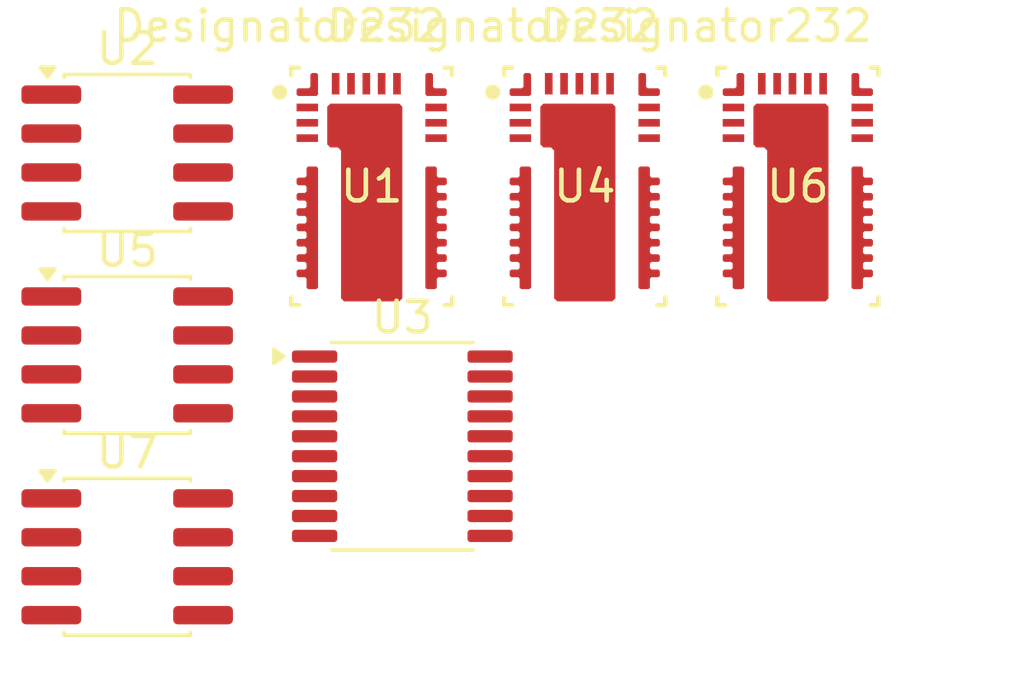
<source format=kicad_pcb>
(kicad_pcb (version 20241229) (generator "pcbnew") (generator_version "9.0")
  (layers (0 "F.Cu" signal) (2 "B.Cu" signal) (13 "F.Paste" user) (15 "B.Paste" user) (5 "F.SilkS" user "F.Silkscreen") (7 "B.SilkS" user "B.Silkscreen") (1 "F.Mask" user) (3 "B.Mask" user) (25 "Edge.Cuts" user))
  (net 0 "")
  (net 1 "Net-(U1-SW)")
  (net 3 "Net-(U1-LI)")
  (net 5 "GND")
  (net 6 "+24V")
  (net 10 "Net-(U1-VCC)")
  (net 13 "Net-(U1-HI)")
  (net 16 "VCC")
  (net 17 "+5V")
  (net 19 "Net-(U2-+)")
  (net 20 "Net-(U3-B6)")
  (net 25 "Net-(U3-B3)")
  (net 28 "Net-(U3-B2)")
  (net 30 "Net-(U3-B1)")
  (net 36 "Net-(U3-B5)")
  (net 39 "Net-(U3-B4)")
  (net 43 "Net-(U4-LI)")
  (net 44 "Net-(U4-VCC)")
  (net 47 "Net-(U4-SW)")
  (net 50 "Net-(U4-HI)")
  (net 54 "Net-(U5-+)")
  (net 56 "Net-(U6-VCC)")
  (net 57 "Net-(U6-HI)")
  (net 62 "Net-(U6-SW)")
  (net 64 "Net-(U6-LI)")
  (net 69 "Net-(U7-+)")
  (footprint "Package_SO:SOIC-8_3.9x4.9mm_P1.27mm" (layer "F.Cu") (at 58.656249 30.591255)
    (property "Reference" "U2" (at 0 -3.4 0) (layer "F.SilkS"))
    (property "Value" "INA240A1D")
    (fp_line (start -2.06 -2.56) (end 2.06 -2.56) (stroke (width 0.12)) (layer "F.SilkS"))
    (fp_line (start -2.06 -2.465) (end -2.06 -2.56) (stroke (width 0.12)) (layer "F.SilkS"))
    (fp_line (start -2.06 2.56) (end -2.06 2.465) (stroke (width 0.12)) (layer "F.SilkS"))
    (fp_line (start 2.06 -2.56) (end 2.06 -2.465) (stroke (width 0.12)) (layer "F.SilkS"))
    (fp_line (start 2.06 2.465) (end 2.06 2.56) (stroke (width 0.12)) (layer "F.SilkS"))
    (fp_line (start 2.06 2.56) (end -2.06 2.56) (stroke (width 0.12)) (layer "F.SilkS"))
    (fp_poly (pts (xy -2.6 -2.47) (xy -2.84 -2.8) (xy -2.36 -2.8)) (stroke (width 0.12)) (fill yes) (layer "F.SilkS"))
    (pad "1" smd roundrect (at -2.475 -1.905) (size 1.95 0.6) (layers "F.Cu" "F.Mask" "F.Paste") (net 1 "Net-(U1-SW)"))
    (pad "2" smd roundrect (at -2.475 -0.635) (size 1.95 0.6) (layers "F.Cu" "F.Mask" "F.Paste") (net 5 "GND"))
    (pad "3" smd roundrect (at -2.475 0.635) (size 1.95 0.6) (layers "F.Cu" "F.Mask" "F.Paste") (net 16 "VCC"))
    (pad "4" smd roundrect (at -2.475 1.905) (size 1.95 0.6) (layers "F.Cu" "F.Mask" "F.Paste") (net 5 "GND"))
    (pad "5" smd roundrect (at 2.475 1.905) (size 1.95 0.6) (layers "F.Cu" "F.Mask" "F.Paste"))
    (pad "6" smd roundrect (at 2.475 0.635) (size 1.95 0.6) (layers "F.Cu" "F.Mask" "F.Paste") (net 17 "+5V"))
    (pad "7" smd roundrect (at 2.475 -0.635) (size 1.95 0.6) (layers "F.Cu" "F.Mask" "F.Paste") (net 16 "VCC"))
    (pad "8" smd roundrect (at 2.475 -1.905) (size 1.95 0.6) (layers "F.Cu" "F.Mask" "F.Paste") (net 19 "Net-(U2-+)"))
  )
  (footprint "Package_SO:SOIC-8_3.9x4.9mm_P1.27mm" (layer "F.Cu") (at 58.656249 37.176255)
    (property "Reference" "U5" (at 0 -3.4 0) (layer "F.SilkS"))
    (property "Value" "INA240A1D")
    (fp_line (start -2.06 -2.56) (end 2.06 -2.56) (stroke (width 0.12)) (layer "F.SilkS"))
    (fp_line (start -2.06 -2.465) (end -2.06 -2.56) (stroke (width 0.12)) (layer "F.SilkS"))
    (fp_line (start -2.06 2.56) (end -2.06 2.465) (stroke (width 0.12)) (layer "F.SilkS"))
    (fp_line (start 2.06 -2.56) (end 2.06 -2.465) (stroke (width 0.12)) (layer "F.SilkS"))
    (fp_line (start 2.06 2.465) (end 2.06 2.56) (stroke (width 0.12)) (layer "F.SilkS"))
    (fp_line (start 2.06 2.56) (end -2.06 2.56) (stroke (width 0.12)) (layer "F.SilkS"))
    (fp_poly (pts (xy -2.6 -2.47) (xy -2.84 -2.8) (xy -2.36 -2.8)) (stroke (width 0.12)) (fill yes) (layer "F.SilkS"))
    (pad "1" smd roundrect (at -2.475 -1.905) (size 1.95 0.6) (layers "F.Cu" "F.Mask" "F.Paste") (net 47 "Net-(U4-SW)"))
    (pad "2" smd roundrect (at -2.475 -0.635) (size 1.95 0.6) (layers "F.Cu" "F.Mask" "F.Paste") (net 5 "GND"))
    (pad "3" smd roundrect (at -2.475 0.635) (size 1.95 0.6) (layers "F.Cu" "F.Mask" "F.Paste") (net 16 "VCC"))
    (pad "4" smd roundrect (at -2.475 1.905) (size 1.95 0.6) (layers "F.Cu" "F.Mask" "F.Paste") (net 5 "GND"))
    (pad "5" smd roundrect (at 2.475 1.905) (size 1.95 0.6) (layers "F.Cu" "F.Mask" "F.Paste"))
    (pad "6" smd roundrect (at 2.475 0.635) (size 1.95 0.6) (layers "F.Cu" "F.Mask" "F.Paste") (net 17 "+5V"))
    (pad "7" smd roundrect (at 2.475 -0.635) (size 1.95 0.6) (layers "F.Cu" "F.Mask" "F.Paste") (net 16 "VCC"))
    (pad "8" smd roundrect (at 2.475 -1.905) (size 1.95 0.6) (layers "F.Cu" "F.Mask" "F.Paste") (net 54 "Net-(U5-+)"))
  )
  (footprint "LMG2100:VBN0018A-MFG" (layer "F.Cu") (at 66.631249 31.681256)
    (property "Reference" "U1" (at 0 0 0) (layer "F.SilkS"))
    (property "Value" "LMG2100R026VBNR")
    (fp_poly (pts (xy -2.4 -2.950002) (xy -2.45 -2.999999) (xy -2.45 -3.149999) (xy -2.4 -3.200001) (xy -2.049998 -3.200001) (xy -2.000001 -3.250001) (xy -2.000001 -3.65) (xy -1.950001 -3.7) (xy -1.800001 -3.7) (xy -1.749999 -3.65) (xy -1.749999 -2.999999) (xy -1.799999 -2.949999)) (fill yes) (layer "F.Cu"))
    (fp_poly (pts (xy -1.45 -2.6) (xy -1.35 -2.699997) (xy 0.900001 -2.7) (xy 0.999998 -2.6) (xy 1.000001 3.65) (xy 0.900001 3.75) (xy -0.900001 3.75) (xy -1.000001 3.65) (xy -1.000001 -1.17) (xy -1.1 -1.27) (xy -1.35 -1.27) (xy -1.45 -1.37)) (fill yes) (layer "F.Cu"))
    (fp_poly (pts (xy 2.4 -2.950002) (xy 2.45 -2.999999) (xy 2.45 -3.150001) (xy 2.4 -3.200001) (xy 2.049998 -3.200001) (xy 1.999999 -3.250001) (xy 2.000001 -3.65) (xy 1.950001 -3.7) (xy 1.800001 -3.7) (xy 1.749999 -3.65) (xy 1.749999 -2.999999) (xy 1.799999 -2.949999)) (fill yes) (layer "F.Cu"))
    (fp_poly (pts (xy -0.549996 3.65) (xy -0.599999 3.7) (xy -0.750001 3.7) (xy -0.800001 3.65) (xy -0.800001 3.424999) (xy -0.850001 3.375) (xy -0.899998 3.375) (xy -0.950001 3.325) (xy -0.950001 1.405999) (xy -0.899998 1.355999) (xy 0.899998 1.355999) (xy 0.949998 1.405999) (xy 0.950001 3.325) (xy 0.899998 3.375) (xy 0.499999 3.375) (xy 0.449999 3.424999) (xy 0.449999 3.65) (xy 0.399999 3.7) (xy 0.25 3.7) (xy 0.199997 3.65) (xy 0.2 3.424999) (xy 0.149997 3.375) (xy 0.000003 3.375) (xy -0.05 3.424999) (xy -0.05 3.65) (xy -0.099997 3.7) (xy -0.25 3.7) (xy -0.299999 3.65) (xy -0.299999 3.424999) (xy -0.349999 3.375) (xy -0.499999 3.375) (xy -0.549999 3.424999)) (fill yes) (layer "F.Cu"))
    (fp_poly (pts (xy -2.075 -0.649999) (xy -2.125 -0.599999) (xy -2.125 -0.338) (xy -2.174999 -0.287998) (xy -2.4 -0.288) (xy -2.45 -0.237998) (xy -2.45 -0.088001) (xy -2.4 -0.037998) (xy -2.174999 -0.037998) (xy -2.125 0.011996) (xy -2.125 0.161999) (xy -2.174999 0.212001) (xy -2.4 0.212001) (xy -2.45 0.261998) (xy -2.45 0.411998) (xy -2.4 0.461998) (xy -2.174999 0.461998) (xy -2.125 0.511998) (xy -2.125 0.661998) (xy -2.174999 0.712) (xy -2.4 0.712) (xy -2.45 0.762) (xy -2.45 0.912) (xy -2.4 0.962) (xy -2.174999 0.962) (xy -2.125 1.011999) (xy -2.125 1.161999) (xy -2.174999 1.211999) (xy -2.4 1.212002) (xy -2.45 1.261999) (xy -2.45 1.411999) (xy -2.4 1.462001) (xy -2.174999 1.462001) (xy -2.125 1.512001) (xy -2.125 1.662001) (xy -2.174999 1.712001) (xy -2.4 1.712001) (xy -2.45 1.762001) (xy -2.45 1.912) (xy -2.4 1.962) (xy -2.174999 1.962) (xy -2.125 2.012) (xy -2.125 2.162) (xy -2.174999 2.211997) (xy -2.4 2.212) (xy -2.45 2.262) (xy -2.45 2.411999) (xy -2.4 2.461999) (xy -2.174999 2.461999) (xy -2.125 2.511999) (xy -2.125 2.661999) (xy -2.174999 2.711999) (xy -2.4 2.711999) (xy -2.45 2.761999) (xy -2.45 2.911998) (xy -2.4 2.961998) (xy -2.174999 2.961998) (xy -2.125 3.011998) (xy -2.125 3.300001) (xy -2.075 3.350001) (xy -1.800001 3.349998) (xy -1.749999 3.300001) (xy -1.750002 -0.599999) (xy -1.799999 -0.650001)) (fill yes) (layer "F.Cu"))
    (fp_poly (pts (xy 2.075 -0.649999) (xy 2.125 -0.599999) (xy 2.125 -0.338) (xy 2.174999 -0.287998) (xy 2.4 -0.288) (xy 2.45 -0.237995) (xy 2.45 -0.088001) (xy 2.4 -0.037996) (xy 2.174999 -0.038001) (xy 2.125 0.011996) (xy 2.125 0.161999) (xy 2.174999 0.211996) (xy 2.4 0.211999) (xy 2.45 0.261996) (xy 2.45 0.411998) (xy 2.4 0.461998) (xy 2.174999 0.461998) (xy 2.125 0.511998) (xy 2.125 0.662) (xy 2.174999 0.712) (xy 2.4 0.712) (xy 2.45 0.762) (xy 2.45 0.912) (xy 2.4 0.962) (xy 2.174999 0.962) (xy 2.125 1.011999) (xy 2.125 1.161999) (xy 2.174999 1.211999) (xy 2.4 1.211999) (xy 2.45 1.261999) (xy 2.45 1.411999) (xy 2.4 1.462001) (xy 2.174999 1.462001) (xy 2.125 1.511998) (xy 2.125 1.662001) (xy 2.174999 1.712001) (xy 2.4 1.712001) (xy 2.45 1.762001) (xy 2.45 1.912) (xy 2.4 1.962) (xy 2.174999 1.962) (xy 2.125 2.011998) (xy 2.125 2.162) (xy 2.174999 2.212) (xy 2.4 2.212) (xy 2.45 2.262) (xy 2.45 2.411999) (xy 2.4 2.461999) (xy 2.174999 2.461999) (xy 2.125 2.511999) (xy 2.125 2.661999) (xy 2.174999 2.711999) (xy 2.4 2.711999) (xy 2.45 2.761999) (xy 2.45 2.911998) (xy 2.4 2.961998) (xy 2.174999 2.961998) (xy 2.125 3.011998) (xy 2.125 3.299998) (xy 2.075 3.350001) (xy 1.799999 3.350001) (xy 1.749999 3.300001) (xy 1.750002 -0.599999) (xy 1.799999 -0.650001)) (fill yes) (layer "F.Cu"))
    (fp_line (start -2.625001 -3.875001) (end -2.374999 -3.875001) (stroke (width 0.15)) (layer "F.SilkS"))
    (fp_line (start -2.625001 -3.624999) (end -2.625001 -3.875001) (stroke (width 0.15)) (layer "F.SilkS"))
    (fp_line (start -2.625001 3.875001) (end -2.625001 3.624999) (stroke (width 0.15)) (layer "F.SilkS"))
    (fp_line (start -2.625001 3.875001) (end -2.374999 3.875001) (stroke (width 0.15)) (layer "F.SilkS"))
    (fp_line (start 2.374999 -3.875001) (end 2.625001 -3.875001) (stroke (width 0.15)) (layer "F.SilkS"))
    (fp_line (start 2.374999 3.875001) (end 2.625001 3.875001) (stroke (width 0.15)) (layer "F.SilkS"))
    (fp_line (start 2.625001 -3.624999) (end 2.625001 -3.875001) (stroke (width 0.15)) (layer "F.SilkS"))
    (fp_line (start 2.625001 3.875001) (end 2.625001 3.624999) (stroke (width 0.15)) (layer "F.SilkS"))
    (fp_circle (center -2.999999 -3.075) (end -2.874998 -3.075) (stroke (width 0.25)) (fill no) (layer "F.SilkS"))
    (fp_text user "Designator232" (at -2.9972 -5.2324 0) (layer "F.SilkS"))
    (pad "1" smd circle (at -1.925 -3.125) (size 0.228199 0.228199) (layers "F.Cu" "F.Mask" "F.Paste"))
    (pad "2" smd rect (at -2.100001 -2.575001 90) (size 0.249999 0.700001) (layers "F.Cu" "F.Mask" "F.Paste"))
    (pad "3" smd rect (at -2.100001 -2.075 90) (size 0.249999 0.700001) (layers "F.Cu" "F.Mask" "F.Paste"))
    (pad "4" smd rect (at -2.100001 -1.575001 90) (size 0.249999 0.700001) (layers "F.Cu" "F.Mask" "F.Paste"))
    (pad "5" smd circle (at -1.968749 1.818749) (size 0.376319 0.376319) (layers "F.Cu" "F.Mask" "F.Paste") (net 1 "Net-(U1-SW)"))
    (pad "6" smd circle (at -0.010462 2.435319) (size 1.69117 1.69117) (layers "F.Cu" "F.Mask") (net 5 "GND"))
    (pad "7" smd circle (at 1.968749 1.818744) (size 0.376319 0.376319) (layers "F.Cu" "F.Mask" "F.Paste") (net 6 "+24V"))
    (pad "8" smd rect (at 2.100001 -1.575001 90) (size 0.249999 0.700001) (layers "F.Cu" "F.Mask" "F.Paste"))
    (pad "9" smd rect (at 2.100001 -2.075 90) (size 0.249999 0.700001) (layers "F.Cu" "F.Mask" "F.Paste"))
    (pad "10" smd rect (at 2.100001 -2.575001 90) (size 0.249999 0.700001) (layers "F.Cu" "F.Mask" "F.Paste"))
    (pad "11" smd circle (at 1.925 -3.125) (size 0.228199 0.228199) (layers "F.Cu" "F.Mask" "F.Paste"))
    (pad "12" smd rect (at 0.825 -3.350001) (size 0.249999 0.700001) (layers "F.Cu" "F.Mask" "F.Paste") (net 13 "Net-(U1-HI)"))
    (pad "13" smd rect (at 0.325001 -3.350001) (size 0.249999 0.700001) (layers "F.Cu" "F.Mask" "F.Paste") (net 3 "Net-(U1-LI)"))
    (pad "14" smd rect (at -0.175001 -3.350001) (size 0.249999 0.700001) (layers "F.Cu" "F.Mask" "F.Paste") (net 10 "Net-(U1-VCC)"))
    (pad "15" smd rect (at -0.675 -3.350001) (size 0.249999 0.700001) (layers "F.Cu" "F.Mask" "F.Paste") (net 5 "GND"))
    (pad "16" smd rect (at -1.174999 -3.350001) (size 0.249999 0.700001) (layers "F.Cu" "F.Mask" "F.Paste"))
    (pad "17" smd rect (at -0.225001 -1.985) (size 2.35 1.33) (layers "F.Cu" "F.Mask") (net 5 "GND"))
    (pad "18" smd rect (at 0 0.018001) (size 1.899999 2.076) (layers "F.Cu" "F.Mask") (net 5 "GND"))
  )
  (footprint "LMG2100:VBN0018A-MFG" (layer "F.Cu") (at 73.58125 31.681256)
    (property "Reference" "U4" (at 0 0 0) (layer "F.SilkS"))
    (property "Value" "LMG2100R026VBNR")
    (fp_poly (pts (xy -2.4 -2.950002) (xy -2.45 -2.999999) (xy -2.45 -3.149999) (xy -2.4 -3.200001) (xy -2.049998 -3.200001) (xy -2.000001 -3.250001) (xy -2.000001 -3.65) (xy -1.950001 -3.7) (xy -1.800001 -3.7) (xy -1.749999 -3.65) (xy -1.749999 -2.999999) (xy -1.799999 -2.949999)) (fill yes) (layer "F.Cu"))
    (fp_poly (pts (xy -1.45 -2.6) (xy -1.35 -2.699997) (xy 0.900001 -2.7) (xy 0.999998 -2.6) (xy 1.000001 3.65) (xy 0.900001 3.75) (xy -0.900001 3.75) (xy -1.000001 3.65) (xy -1.000001 -1.17) (xy -1.1 -1.27) (xy -1.35 -1.27) (xy -1.45 -1.37)) (fill yes) (layer "F.Cu"))
    (fp_poly (pts (xy 2.4 -2.950002) (xy 2.45 -2.999999) (xy 2.45 -3.150001) (xy 2.4 -3.200001) (xy 2.049998 -3.200001) (xy 1.999999 -3.250001) (xy 2.000001 -3.65) (xy 1.950001 -3.7) (xy 1.800001 -3.7) (xy 1.749999 -3.65) (xy 1.749999 -2.999999) (xy 1.799999 -2.949999)) (fill yes) (layer "F.Cu"))
    (fp_poly (pts (xy -0.549996 3.65) (xy -0.599999 3.7) (xy -0.750001 3.7) (xy -0.800001 3.65) (xy -0.800001 3.424999) (xy -0.850001 3.375) (xy -0.899998 3.375) (xy -0.950001 3.325) (xy -0.950001 1.405999) (xy -0.899998 1.355999) (xy 0.899998 1.355999) (xy 0.949998 1.405999) (xy 0.950001 3.325) (xy 0.899998 3.375) (xy 0.499999 3.375) (xy 0.449999 3.424999) (xy 0.449999 3.65) (xy 0.399999 3.7) (xy 0.25 3.7) (xy 0.199997 3.65) (xy 0.2 3.424999) (xy 0.149997 3.375) (xy 0.000003 3.375) (xy -0.05 3.424999) (xy -0.05 3.65) (xy -0.099997 3.7) (xy -0.25 3.7) (xy -0.299999 3.65) (xy -0.299999 3.424999) (xy -0.349999 3.375) (xy -0.499999 3.375) (xy -0.549999 3.424999)) (fill yes) (layer "F.Cu"))
    (fp_poly (pts (xy -2.075 -0.649999) (xy -2.125 -0.599999) (xy -2.125 -0.338) (xy -2.174999 -0.287998) (xy -2.4 -0.288) (xy -2.45 -0.237998) (xy -2.45 -0.088001) (xy -2.4 -0.037998) (xy -2.174999 -0.037998) (xy -2.125 0.011996) (xy -2.125 0.161999) (xy -2.174999 0.212001) (xy -2.4 0.212001) (xy -2.45 0.261998) (xy -2.45 0.411998) (xy -2.4 0.461998) (xy -2.174999 0.461998) (xy -2.125 0.511998) (xy -2.125 0.661998) (xy -2.174999 0.712) (xy -2.4 0.712) (xy -2.45 0.762) (xy -2.45 0.912) (xy -2.4 0.962) (xy -2.174999 0.962) (xy -2.125 1.011999) (xy -2.125 1.161999) (xy -2.174999 1.211999) (xy -2.4 1.212002) (xy -2.45 1.261999) (xy -2.45 1.411999) (xy -2.4 1.462001) (xy -2.174999 1.462001) (xy -2.125 1.512001) (xy -2.125 1.662001) (xy -2.174999 1.712001) (xy -2.4 1.712001) (xy -2.45 1.762001) (xy -2.45 1.912) (xy -2.4 1.962) (xy -2.174999 1.962) (xy -2.125 2.012) (xy -2.125 2.162) (xy -2.174999 2.211997) (xy -2.4 2.212) (xy -2.45 2.262) (xy -2.45 2.411999) (xy -2.4 2.461999) (xy -2.174999 2.461999) (xy -2.125 2.511999) (xy -2.125 2.661999) (xy -2.174999 2.711999) (xy -2.4 2.711999) (xy -2.45 2.761999) (xy -2.45 2.911998) (xy -2.4 2.961998) (xy -2.174999 2.961998) (xy -2.125 3.011998) (xy -2.125 3.300001) (xy -2.075 3.350001) (xy -1.800001 3.349998) (xy -1.749999 3.300001) (xy -1.750002 -0.599999) (xy -1.799999 -0.650001)) (fill yes) (layer "F.Cu"))
    (fp_poly (pts (xy 2.075 -0.649999) (xy 2.125 -0.599999) (xy 2.125 -0.338) (xy 2.174999 -0.287998) (xy 2.4 -0.288) (xy 2.45 -0.237995) (xy 2.45 -0.088001) (xy 2.4 -0.037996) (xy 2.174999 -0.038001) (xy 2.125 0.011996) (xy 2.125 0.161999) (xy 2.174999 0.211996) (xy 2.4 0.211999) (xy 2.45 0.261996) (xy 2.45 0.411998) (xy 2.4 0.461998) (xy 2.174999 0.461998) (xy 2.125 0.511998) (xy 2.125 0.662) (xy 2.174999 0.712) (xy 2.4 0.712) (xy 2.45 0.762) (xy 2.45 0.912) (xy 2.4 0.962) (xy 2.174999 0.962) (xy 2.125 1.011999) (xy 2.125 1.161999) (xy 2.174999 1.211999) (xy 2.4 1.211999) (xy 2.45 1.261999) (xy 2.45 1.411999) (xy 2.4 1.462001) (xy 2.174999 1.462001) (xy 2.125 1.511998) (xy 2.125 1.662001) (xy 2.174999 1.712001) (xy 2.4 1.712001) (xy 2.45 1.762001) (xy 2.45 1.912) (xy 2.4 1.962) (xy 2.174999 1.962) (xy 2.125 2.011998) (xy 2.125 2.162) (xy 2.174999 2.212) (xy 2.4 2.212) (xy 2.45 2.262) (xy 2.45 2.411999) (xy 2.4 2.461999) (xy 2.174999 2.461999) (xy 2.125 2.511999) (xy 2.125 2.661999) (xy 2.174999 2.711999) (xy 2.4 2.711999) (xy 2.45 2.761999) (xy 2.45 2.911998) (xy 2.4 2.961998) (xy 2.174999 2.961998) (xy 2.125 3.011998) (xy 2.125 3.299998) (xy 2.075 3.350001) (xy 1.799999 3.350001) (xy 1.749999 3.300001) (xy 1.750002 -0.599999) (xy 1.799999 -0.650001)) (fill yes) (layer "F.Cu"))
    (fp_line (start -2.625001 -3.875001) (end -2.374999 -3.875001) (stroke (width 0.15)) (layer "F.SilkS"))
    (fp_line (start -2.625001 -3.624999) (end -2.625001 -3.875001) (stroke (width 0.15)) (layer "F.SilkS"))
    (fp_line (start -2.625001 3.875001) (end -2.625001 3.624999) (stroke (width 0.15)) (layer "F.SilkS"))
    (fp_line (start -2.625001 3.875001) (end -2.374999 3.875001) (stroke (width 0.15)) (layer "F.SilkS"))
    (fp_line (start 2.374999 -3.875001) (end 2.625001 -3.875001) (stroke (width 0.15)) (layer "F.SilkS"))
    (fp_line (start 2.374999 3.875001) (end 2.625001 3.875001) (stroke (width 0.15)) (layer "F.SilkS"))
    (fp_line (start 2.625001 -3.624999) (end 2.625001 -3.875001) (stroke (width 0.15)) (layer "F.SilkS"))
    (fp_line (start 2.625001 3.875001) (end 2.625001 3.624999) (stroke (width 0.15)) (layer "F.SilkS"))
    (fp_circle (center -2.999999 -3.075) (end -2.874998 -3.075) (stroke (width 0.25)) (fill no) (layer "F.SilkS"))
    (fp_text user "Designator232" (at -2.9972 -5.2324 0) (layer "F.SilkS"))
    (pad "1" smd circle (at -1.925 -3.125) (size 0.228199 0.228199) (layers "F.Cu" "F.Mask" "F.Paste"))
    (pad "2" smd rect (at -2.100001 -2.575001 90) (size 0.249999 0.700001) (layers "F.Cu" "F.Mask" "F.Paste"))
    (pad "3" smd rect (at -2.100001 -2.075 90) (size 0.249999 0.700001) (layers "F.Cu" "F.Mask" "F.Paste"))
    (pad "4" smd rect (at -2.100001 -1.575001 90) (size 0.249999 0.700001) (layers "F.Cu" "F.Mask" "F.Paste"))
    (pad "5" smd circle (at -1.968749 1.818749) (size 0.376319 0.376319) (layers "F.Cu" "F.Mask" "F.Paste") (net 47 "Net-(U4-SW)"))
    (pad "6" smd circle (at -0.010462 2.435319) (size 1.69117 1.69117) (layers "F.Cu" "F.Mask") (net 5 "GND"))
    (pad "7" smd circle (at 1.968749 1.818744) (size 0.376319 0.376319) (layers "F.Cu" "F.Mask" "F.Paste") (net 6 "+24V"))
    (pad "8" smd rect (at 2.100001 -1.575001 90) (size 0.249999 0.700001) (layers "F.Cu" "F.Mask" "F.Paste"))
    (pad "9" smd rect (at 2.100001 -2.075 90) (size 0.249999 0.700001) (layers "F.Cu" "F.Mask" "F.Paste"))
    (pad "10" smd rect (at 2.100001 -2.575001 90) (size 0.249999 0.700001) (layers "F.Cu" "F.Mask" "F.Paste"))
    (pad "11" smd circle (at 1.925 -3.125) (size 0.228199 0.228199) (layers "F.Cu" "F.Mask" "F.Paste"))
    (pad "12" smd rect (at 0.825 -3.350001) (size 0.249999 0.700001) (layers "F.Cu" "F.Mask" "F.Paste") (net 50 "Net-(U4-HI)"))
    (pad "13" smd rect (at 0.325001 -3.350001) (size 0.249999 0.700001) (layers "F.Cu" "F.Mask" "F.Paste") (net 43 "Net-(U4-LI)"))
    (pad "14" smd rect (at -0.175001 -3.350001) (size 0.249999 0.700001) (layers "F.Cu" "F.Mask" "F.Paste") (net 44 "Net-(U4-VCC)"))
    (pad "15" smd rect (at -0.675 -3.350001) (size 0.249999 0.700001) (layers "F.Cu" "F.Mask" "F.Paste") (net 5 "GND"))
    (pad "16" smd rect (at -1.174999 -3.350001) (size 0.249999 0.700001) (layers "F.Cu" "F.Mask" "F.Paste"))
    (pad "17" smd rect (at -0.225001 -1.985) (size 2.35 1.33) (layers "F.Cu" "F.Mask") (net 5 "GND"))
    (pad "18" smd rect (at 0 0.018001) (size 1.899999 2.076) (layers "F.Cu" "F.Mask") (net 5 "GND"))
  )
  (footprint "LMG2100:VBN0018A-MFG" (layer "F.Cu") (at 80.531251 31.681256)
    (property "Reference" "U6" (at 0 0 0) (layer "F.SilkS"))
    (property "Value" "LMG2100R026VBNR")
    (fp_poly (pts (xy -2.4 -2.950002) (xy -2.45 -2.999999) (xy -2.45 -3.149999) (xy -2.4 -3.200001) (xy -2.049998 -3.200001) (xy -2.000001 -3.250001) (xy -2.000001 -3.65) (xy -1.950001 -3.7) (xy -1.800001 -3.7) (xy -1.749999 -3.65) (xy -1.749999 -2.999999) (xy -1.799999 -2.949999)) (fill yes) (layer "F.Cu"))
    (fp_poly (pts (xy -1.45 -2.6) (xy -1.35 -2.699997) (xy 0.900001 -2.7) (xy 0.999998 -2.6) (xy 1.000001 3.65) (xy 0.900001 3.75) (xy -0.900001 3.75) (xy -1.000001 3.65) (xy -1.000001 -1.17) (xy -1.1 -1.27) (xy -1.35 -1.27) (xy -1.45 -1.37)) (fill yes) (layer "F.Cu"))
    (fp_poly (pts (xy 2.4 -2.950002) (xy 2.45 -2.999999) (xy 2.45 -3.150001) (xy 2.4 -3.200001) (xy 2.049998 -3.200001) (xy 1.999999 -3.250001) (xy 2.000001 -3.65) (xy 1.950001 -3.7) (xy 1.800001 -3.7) (xy 1.749999 -3.65) (xy 1.749999 -2.999999) (xy 1.799999 -2.949999)) (fill yes) (layer "F.Cu"))
    (fp_poly (pts (xy -0.549996 3.65) (xy -0.599999 3.7) (xy -0.750001 3.7) (xy -0.800001 3.65) (xy -0.800001 3.424999) (xy -0.850001 3.375) (xy -0.899998 3.375) (xy -0.950001 3.325) (xy -0.950001 1.405999) (xy -0.899998 1.355999) (xy 0.899998 1.355999) (xy 0.949998 1.405999) (xy 0.950001 3.325) (xy 0.899998 3.375) (xy 0.499999 3.375) (xy 0.449999 3.424999) (xy 0.449999 3.65) (xy 0.399999 3.7) (xy 0.25 3.7) (xy 0.199997 3.65) (xy 0.2 3.424999) (xy 0.149997 3.375) (xy 0.000003 3.375) (xy -0.05 3.424999) (xy -0.05 3.65) (xy -0.099997 3.7) (xy -0.25 3.7) (xy -0.299999 3.65) (xy -0.299999 3.424999) (xy -0.349999 3.375) (xy -0.499999 3.375) (xy -0.549999 3.424999)) (fill yes) (layer "F.Cu"))
    (fp_poly (pts (xy -2.075 -0.649999) (xy -2.125 -0.599999) (xy -2.125 -0.338) (xy -2.174999 -0.287998) (xy -2.4 -0.288) (xy -2.45 -0.237998) (xy -2.45 -0.088001) (xy -2.4 -0.037998) (xy -2.174999 -0.037998) (xy -2.125 0.011996) (xy -2.125 0.161999) (xy -2.174999 0.212001) (xy -2.4 0.212001) (xy -2.45 0.261998) (xy -2.45 0.411998) (xy -2.4 0.461998) (xy -2.174999 0.461998) (xy -2.125 0.511998) (xy -2.125 0.661998) (xy -2.174999 0.712) (xy -2.4 0.712) (xy -2.45 0.762) (xy -2.45 0.912) (xy -2.4 0.962) (xy -2.174999 0.962) (xy -2.125 1.011999) (xy -2.125 1.161999) (xy -2.174999 1.211999) (xy -2.4 1.212002) (xy -2.45 1.261999) (xy -2.45 1.411999) (xy -2.4 1.462001) (xy -2.174999 1.462001) (xy -2.125 1.512001) (xy -2.125 1.662001) (xy -2.174999 1.712001) (xy -2.4 1.712001) (xy -2.45 1.762001) (xy -2.45 1.912) (xy -2.4 1.962) (xy -2.174999 1.962) (xy -2.125 2.012) (xy -2.125 2.162) (xy -2.174999 2.211997) (xy -2.4 2.212) (xy -2.45 2.262) (xy -2.45 2.411999) (xy -2.4 2.461999) (xy -2.174999 2.461999) (xy -2.125 2.511999) (xy -2.125 2.661999) (xy -2.174999 2.711999) (xy -2.4 2.711999) (xy -2.45 2.761999) (xy -2.45 2.911998) (xy -2.4 2.961998) (xy -2.174999 2.961998) (xy -2.125 3.011998) (xy -2.125 3.300001) (xy -2.075 3.350001) (xy -1.800001 3.349998) (xy -1.749999 3.300001) (xy -1.750002 -0.599999) (xy -1.799999 -0.650001)) (fill yes) (layer "F.Cu"))
    (fp_poly (pts (xy 2.075 -0.649999) (xy 2.125 -0.599999) (xy 2.125 -0.338) (xy 2.174999 -0.287998) (xy 2.4 -0.288) (xy 2.45 -0.237995) (xy 2.45 -0.088001) (xy 2.4 -0.037996) (xy 2.174999 -0.038001) (xy 2.125 0.011996) (xy 2.125 0.161999) (xy 2.174999 0.211996) (xy 2.4 0.211999) (xy 2.45 0.261996) (xy 2.45 0.411998) (xy 2.4 0.461998) (xy 2.174999 0.461998) (xy 2.125 0.511998) (xy 2.125 0.662) (xy 2.174999 0.712) (xy 2.4 0.712) (xy 2.45 0.762) (xy 2.45 0.912) (xy 2.4 0.962) (xy 2.174999 0.962) (xy 2.125 1.011999) (xy 2.125 1.161999) (xy 2.174999 1.211999) (xy 2.4 1.211999) (xy 2.45 1.261999) (xy 2.45 1.411999) (xy 2.4 1.462001) (xy 2.174999 1.462001) (xy 2.125 1.511998) (xy 2.125 1.662001) (xy 2.174999 1.712001) (xy 2.4 1.712001) (xy 2.45 1.762001) (xy 2.45 1.912) (xy 2.4 1.962) (xy 2.174999 1.962) (xy 2.125 2.011998) (xy 2.125 2.162) (xy 2.174999 2.212) (xy 2.4 2.212) (xy 2.45 2.262) (xy 2.45 2.411999) (xy 2.4 2.461999) (xy 2.174999 2.461999) (xy 2.125 2.511999) (xy 2.125 2.661999) (xy 2.174999 2.711999) (xy 2.4 2.711999) (xy 2.45 2.761999) (xy 2.45 2.911998) (xy 2.4 2.961998) (xy 2.174999 2.961998) (xy 2.125 3.011998) (xy 2.125 3.299998) (xy 2.075 3.350001) (xy 1.799999 3.350001) (xy 1.749999 3.300001) (xy 1.750002 -0.599999) (xy 1.799999 -0.650001)) (fill yes) (layer "F.Cu"))
    (fp_line (start -2.625001 -3.875001) (end -2.374999 -3.875001) (stroke (width 0.15)) (layer "F.SilkS"))
    (fp_line (start -2.625001 -3.624999) (end -2.625001 -3.875001) (stroke (width 0.15)) (layer "F.SilkS"))
    (fp_line (start -2.625001 3.875001) (end -2.625001 3.624999) (stroke (width 0.15)) (layer "F.SilkS"))
    (fp_line (start -2.625001 3.875001) (end -2.374999 3.875001) (stroke (width 0.15)) (layer "F.SilkS"))
    (fp_line (start 2.374999 -3.875001) (end 2.625001 -3.875001) (stroke (width 0.15)) (layer "F.SilkS"))
    (fp_line (start 2.374999 3.875001) (end 2.625001 3.875001) (stroke (width 0.15)) (layer "F.SilkS"))
    (fp_line (start 2.625001 -3.624999) (end 2.625001 -3.875001) (stroke (width 0.15)) (layer "F.SilkS"))
    (fp_line (start 2.625001 3.875001) (end 2.625001 3.624999) (stroke (width 0.15)) (layer "F.SilkS"))
    (fp_circle (center -2.999999 -3.075) (end -2.874998 -3.075) (stroke (width 0.25)) (fill no) (layer "F.SilkS"))
    (fp_text user "Designator232" (at -2.9972 -5.2324 0) (layer "F.SilkS"))
    (pad "1" smd circle (at -1.925 -3.125) (size 0.228199 0.228199) (layers "F.Cu" "F.Mask" "F.Paste"))
    (pad "2" smd rect (at -2.100001 -2.575001 90) (size 0.249999 0.700001) (layers "F.Cu" "F.Mask" "F.Paste"))
    (pad "3" smd rect (at -2.100001 -2.075 90) (size 0.249999 0.700001) (layers "F.Cu" "F.Mask" "F.Paste"))
    (pad "4" smd rect (at -2.100001 -1.575001 90) (size 0.249999 0.700001) (layers "F.Cu" "F.Mask" "F.Paste"))
    (pad "5" smd circle (at -1.968749 1.818749) (size 0.376319 0.376319) (layers "F.Cu" "F.Mask" "F.Paste") (net 62 "Net-(U6-SW)"))
    (pad "6" smd circle (at -0.010462 2.435319) (size 1.69117 1.69117) (layers "F.Cu" "F.Mask") (net 5 "GND"))
    (pad "7" smd circle (at 1.968749 1.818744) (size 0.376319 0.376319) (layers "F.Cu" "F.Mask" "F.Paste") (net 6 "+24V"))
    (pad "8" smd rect (at 2.100001 -1.575001 90) (size 0.249999 0.700001) (layers "F.Cu" "F.Mask" "F.Paste"))
    (pad "9" smd rect (at 2.100001 -2.075 90) (size 0.249999 0.700001) (layers "F.Cu" "F.Mask" "F.Paste"))
    (pad "10" smd rect (at 2.100001 -2.575001 90) (size 0.249999 0.700001) (layers "F.Cu" "F.Mask" "F.Paste"))
    (pad "11" smd circle (at 1.925 -3.125) (size 0.228199 0.228199) (layers "F.Cu" "F.Mask" "F.Paste"))
    (pad "12" smd rect (at 0.825 -3.350001) (size 0.249999 0.700001) (layers "F.Cu" "F.Mask" "F.Paste") (net 57 "Net-(U6-HI)"))
    (pad "13" smd rect (at 0.325001 -3.350001) (size 0.249999 0.700001) (layers "F.Cu" "F.Mask" "F.Paste") (net 64 "Net-(U6-LI)"))
    (pad "14" smd rect (at -0.175001 -3.350001) (size 0.249999 0.700001) (layers "F.Cu" "F.Mask" "F.Paste") (net 56 "Net-(U6-VCC)"))
    (pad "15" smd rect (at -0.675 -3.350001) (size 0.249999 0.700001) (layers "F.Cu" "F.Mask" "F.Paste") (net 5 "GND"))
    (pad "16" smd rect (at -1.174999 -3.350001) (size 0.249999 0.700001) (layers "F.Cu" "F.Mask" "F.Paste"))
    (pad "17" smd rect (at -0.225001 -1.985) (size 2.35 1.33) (layers "F.Cu" "F.Mask") (net 5 "GND"))
    (pad "18" smd rect (at 0 0.018001) (size 1.899999 2.076) (layers "F.Cu" "F.Mask") (net 5 "GND"))
  )
  (footprint "Package_SO:SOIC-8_3.9x4.9mm_P1.27mm" (layer "F.Cu") (at 58.656249 43.761255)
    (property "Reference" "U7" (at 0 -3.4 0) (layer "F.SilkS"))
    (property "Value" "INA240A1D")
    (fp_line (start -2.06 -2.56) (end 2.06 -2.56) (stroke (width 0.12)) (layer "F.SilkS"))
    (fp_line (start -2.06 -2.465) (end -2.06 -2.56) (stroke (width 0.12)) (layer "F.SilkS"))
    (fp_line (start -2.06 2.56) (end -2.06 2.465) (stroke (width 0.12)) (layer "F.SilkS"))
    (fp_line (start 2.06 -2.56) (end 2.06 -2.465) (stroke (width 0.12)) (layer "F.SilkS"))
    (fp_line (start 2.06 2.465) (end 2.06 2.56) (stroke (width 0.12)) (layer "F.SilkS"))
    (fp_line (start 2.06 2.56) (end -2.06 2.56) (stroke (width 0.12)) (layer "F.SilkS"))
    (fp_poly (pts (xy -2.6 -2.47) (xy -2.84 -2.8) (xy -2.36 -2.8)) (stroke (width 0.12)) (fill yes) (layer "F.SilkS"))
    (pad "1" smd roundrect (at -2.475 -1.905) (size 1.95 0.6) (layers "F.Cu" "F.Mask" "F.Paste") (net 62 "Net-(U6-SW)"))
    (pad "2" smd roundrect (at -2.475 -0.635) (size 1.95 0.6) (layers "F.Cu" "F.Mask" "F.Paste") (net 5 "GND"))
    (pad "3" smd roundrect (at -2.475 0.635) (size 1.95 0.6) (layers "F.Cu" "F.Mask" "F.Paste") (net 16 "VCC"))
    (pad "4" smd roundrect (at -2.475 1.905) (size 1.95 0.6) (layers "F.Cu" "F.Mask" "F.Paste") (net 5 "GND"))
    (pad "5" smd roundrect (at 2.475 1.905) (size 1.95 0.6) (layers "F.Cu" "F.Mask" "F.Paste"))
    (pad "6" smd roundrect (at 2.475 0.635) (size 1.95 0.6) (layers "F.Cu" "F.Mask" "F.Paste") (net 17 "+5V"))
    (pad "7" smd roundrect (at 2.475 -0.635) (size 1.95 0.6) (layers "F.Cu" "F.Mask" "F.Paste") (net 16 "VCC"))
    (pad "8" smd roundrect (at 2.475 -1.905) (size 1.95 0.6) (layers "F.Cu" "F.Mask" "F.Paste") (net 69 "Net-(U7-+)"))
  )
  (footprint "Package_SO:TSSOP-20_4.4x6.5mm_P0.65mm" (layer "F.Cu") (at 67.631249 40.156255)
    (property "Reference" "U3" (at 0 -4.2 0) (layer "F.SilkS"))
    (property "Value" "SN74LVC245APW")
    (fp_line (start -2.31 -3.385) (end 2.31 -3.385) (stroke (width 0.12)) (layer "F.SilkS"))
    (fp_line (start 2.31 3.385) (end -2.31 3.385) (stroke (width 0.12)) (layer "F.SilkS"))
    (fp_poly (pts (xy -3.86 -2.93) (xy -4.19 -2.69) (xy -4.19 -3.17)) (stroke (width 0.12)) (fill yes) (layer "F.SilkS"))
    (pad "1" smd roundrect (at -2.8625 -2.925) (size 1.475 0.4) (layers "F.Cu" "F.Mask" "F.Paste"))
    (pad "2" smd roundrect (at -2.8625 -2.275) (size 1.475 0.4) (layers "F.Cu" "F.Mask" "F.Paste"))
    (pad "3" smd roundrect (at -2.8625 -1.625) (size 1.475 0.4) (layers "F.Cu" "F.Mask" "F.Paste"))
    (pad "4" smd roundrect (at -2.8625 -0.975) (size 1.475 0.4) (layers "F.Cu" "F.Mask" "F.Paste"))
    (pad "5" smd roundrect (at -2.8625 -0.325) (size 1.475 0.4) (layers "F.Cu" "F.Mask" "F.Paste"))
    (pad "6" smd roundrect (at -2.8625 0.325) (size 1.475 0.4) (layers "F.Cu" "F.Mask" "F.Paste"))
    (pad "7" smd roundrect (at -2.8625 0.975) (size 1.475 0.4) (layers "F.Cu" "F.Mask" "F.Paste"))
    (pad "8" smd roundrect (at -2.8625 1.625) (size 1.475 0.4) (layers "F.Cu" "F.Mask" "F.Paste"))
    (pad "9" smd roundrect (at -2.8625 2.275) (size 1.475 0.4) (layers "F.Cu" "F.Mask" "F.Paste"))
    (pad "10" smd roundrect (at -2.8625 2.925) (size 1.475 0.4) (layers "F.Cu" "F.Mask" "F.Paste"))
    (pad "11" smd roundrect (at 2.8625 2.925) (size 1.475 0.4) (layers "F.Cu" "F.Mask" "F.Paste"))
    (pad "12" smd roundrect (at 2.8625 2.275) (size 1.475 0.4) (layers "F.Cu" "F.Mask" "F.Paste"))
    (pad "13" smd roundrect (at 2.8625 1.625) (size 1.475 0.4) (layers "F.Cu" "F.Mask" "F.Paste") (net 20 "Net-(U3-B6)"))
    (pad "14" smd roundrect (at 2.8625 0.975) (size 1.475 0.4) (layers "F.Cu" "F.Mask" "F.Paste") (net 36 "Net-(U3-B5)"))
    (pad "15" smd roundrect (at 2.8625 0.325) (size 1.475 0.4) (layers "F.Cu" "F.Mask" "F.Paste") (net 39 "Net-(U3-B4)"))
    (pad "16" smd roundrect (at 2.8625 -0.325) (size 1.475 0.4) (layers "F.Cu" "F.Mask" "F.Paste") (net 25 "Net-(U3-B3)"))
    (pad "17" smd roundrect (at 2.8625 -0.975) (size 1.475 0.4) (layers "F.Cu" "F.Mask" "F.Paste") (net 28 "Net-(U3-B2)"))
    (pad "18" smd roundrect (at 2.8625 -1.625) (size 1.475 0.4) (layers "F.Cu" "F.Mask" "F.Paste") (net 30 "Net-(U3-B1)"))
    (pad "19" smd roundrect (at 2.8625 -2.275) (size 1.475 0.4) (layers "F.Cu" "F.Mask" "F.Paste"))
    (pad "20" smd roundrect (at 2.8625 -2.925) (size 1.475 0.4) (layers "F.Cu" "F.Mask" "F.Paste"))
  )
)
</source>
